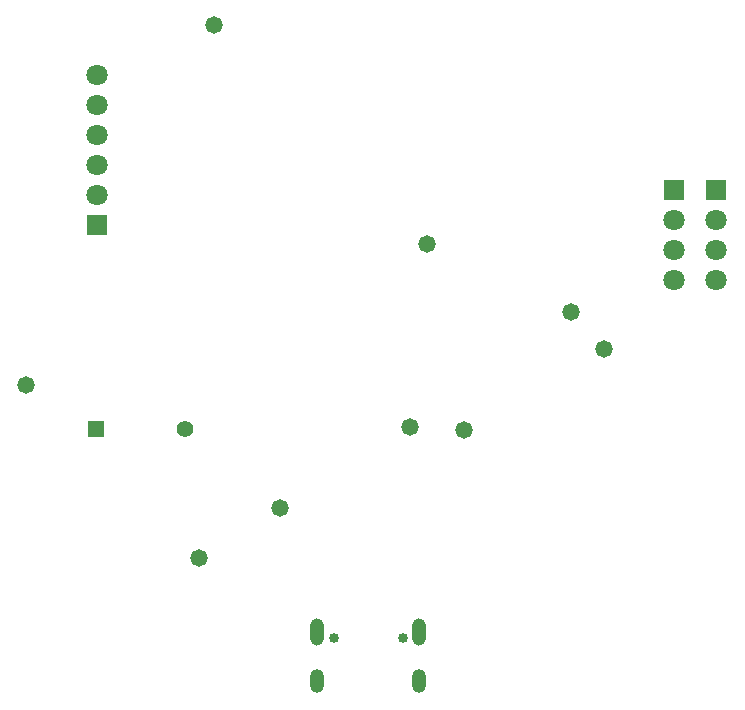
<source format=gbr>
%TF.GenerationSoftware,Altium Limited,Altium Designer,22.1.2 (22)*%
G04 Layer_Color=16711935*
%FSLAX45Y45*%
%MOMM*%
%TF.SameCoordinates,487542E7-F005-4C77-86B1-A0AEE8F943D7*%
%TF.FilePolarity,Negative*%
%TF.FileFunction,Soldermask,Bot*%
%TF.Part,Single*%
G01*
G75*
%TA.AperFunction,ComponentPad*%
%ADD30R,1.40000X1.40000*%
%ADD31C,1.40000*%
%ADD38C,1.80320*%
%ADD39R,1.80320X1.80320*%
%ADD40C,0.85320*%
G04:AMPARAMS|DCode=41|XSize=1.2032mm|YSize=2.0032mm|CornerRadius=0.6016mm|HoleSize=0mm|Usage=FLASHONLY|Rotation=0.000|XOffset=0mm|YOffset=0mm|HoleType=Round|Shape=RoundedRectangle|*
%AMROUNDEDRECTD41*
21,1,1.20320,0.80000,0,0,0.0*
21,1,0.00000,2.00320,0,0,0.0*
1,1,1.20320,0.00000,-0.40000*
1,1,1.20320,0.00000,-0.40000*
1,1,1.20320,0.00000,0.40000*
1,1,1.20320,0.00000,0.40000*
%
%ADD41ROUNDEDRECTD41*%
G04:AMPARAMS|DCode=42|XSize=1.2032mm|YSize=2.3032mm|CornerRadius=0.6016mm|HoleSize=0mm|Usage=FLASHONLY|Rotation=0.000|XOffset=0mm|YOffset=0mm|HoleType=Round|Shape=RoundedRectangle|*
%AMROUNDEDRECTD42*
21,1,1.20320,1.10000,0,0,0.0*
21,1,0.00000,2.30320,0,0,0.0*
1,1,1.20320,0.00000,-0.55000*
1,1,1.20320,0.00000,-0.55000*
1,1,1.20320,0.00000,0.55000*
1,1,1.20320,0.00000,0.55000*
%
%ADD42ROUNDEDRECTD42*%
%TA.AperFunction,ViaPad*%
%ADD43C,1.47320*%
D30*
X7392400Y4953000D02*
D03*
D31*
X8152400D02*
D03*
D38*
X12649200Y6210300D02*
D03*
Y6464300D02*
D03*
Y6718300D02*
D03*
X7404100Y7442200D02*
D03*
Y6934200D02*
D03*
Y7188200D02*
D03*
Y7696200D02*
D03*
Y7950200D02*
D03*
X12293600Y6210300D02*
D03*
Y6464300D02*
D03*
Y6718300D02*
D03*
D39*
X12649200Y6972300D02*
D03*
X7404100Y6680200D02*
D03*
X12293600Y6972300D02*
D03*
D40*
X9413800Y3181500D02*
D03*
X9991800D02*
D03*
D41*
X10134800Y2813500D02*
D03*
X9270800D02*
D03*
D42*
X10134800Y3231500D02*
D03*
X9270800D02*
D03*
D43*
X10198100Y6515100D02*
D03*
X11417300Y5943600D02*
D03*
X10058400Y4965700D02*
D03*
X10515600Y4940300D02*
D03*
X6807200Y5321300D02*
D03*
X8267700Y3860800D02*
D03*
X8394700Y8369300D02*
D03*
X11696700Y5626100D02*
D03*
X8953500Y4279900D02*
D03*
%TF.MD5,4b7d2e2131a08afc83a232bdbaf21144*%
M02*

</source>
